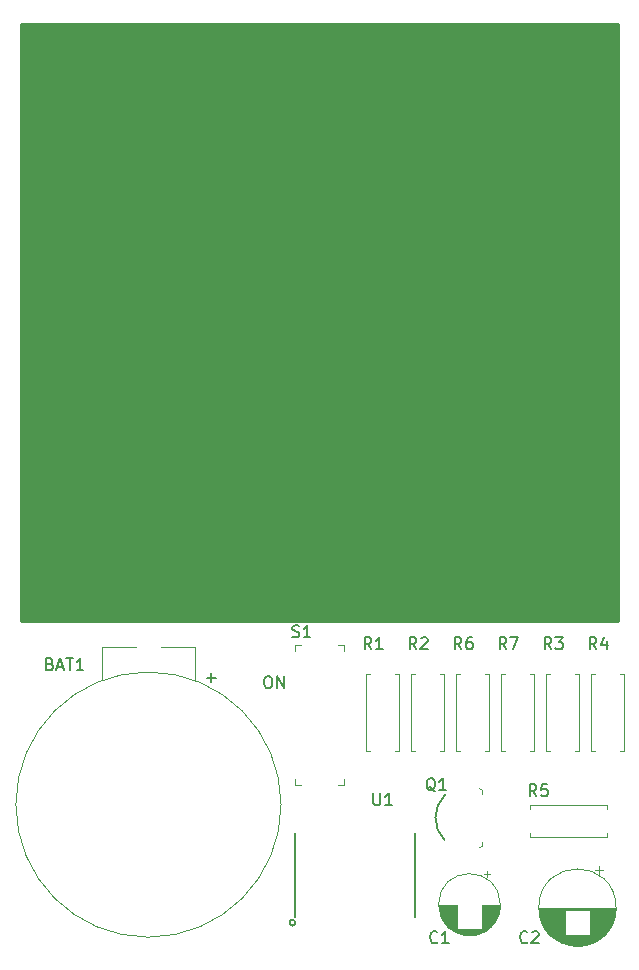
<source format=gto>
%TF.GenerationSoftware,KiCad,Pcbnew,(5.1.6)-1*%
%TF.CreationDate,2020-08-19T23:20:37-05:00*%
%TF.ProjectId,555_badge,3535355f-6261-4646-9765-2e6b69636164,m01*%
%TF.SameCoordinates,Original*%
%TF.FileFunction,Legend,Top*%
%TF.FilePolarity,Positive*%
%FSLAX46Y46*%
G04 Gerber Fmt 4.6, Leading zero omitted, Abs format (unit mm)*
G04 Created by KiCad (PCBNEW (5.1.6)-1) date 2020-08-19 23:20:37*
%MOMM*%
%LPD*%
G01*
G04 APERTURE LIST*
%ADD10C,0.150000*%
%ADD11C,0.203200*%
%ADD12C,0.100000*%
%ADD13C,0.120000*%
%ADD14C,0.254000*%
G04 APERTURE END LIST*
D10*
X149494952Y-103592380D02*
X149685428Y-103592380D01*
X149780666Y-103640000D01*
X149875904Y-103735238D01*
X149923523Y-103925714D01*
X149923523Y-104259047D01*
X149875904Y-104449523D01*
X149780666Y-104544761D01*
X149685428Y-104592380D01*
X149494952Y-104592380D01*
X149399714Y-104544761D01*
X149304476Y-104449523D01*
X149256857Y-104259047D01*
X149256857Y-103925714D01*
X149304476Y-103735238D01*
X149399714Y-103640000D01*
X149494952Y-103592380D01*
X150352095Y-104592380D02*
X150352095Y-103592380D01*
X150923523Y-104592380D01*
X150923523Y-103592380D01*
X144399047Y-103703428D02*
X145160952Y-103703428D01*
X144780000Y-104084380D02*
X144780000Y-103322476D01*
D11*
%TO.C,U1*%
X151892000Y-124460000D02*
G75*
G03*
X151892000Y-124460000I-254000J0D01*
G01*
X162052000Y-123952000D02*
X162052000Y-116840000D01*
X151892000Y-123952000D02*
X151892000Y-116840000D01*
D12*
%TO.C,BAT1*%
X143357600Y-101142800D02*
X140512800Y-101142800D01*
X135534400Y-101142800D02*
X138379200Y-101142800D01*
X143357600Y-103886000D02*
X143357600Y-101142800D01*
X135534400Y-103886000D02*
X135534400Y-101142800D01*
X150672800Y-114452400D02*
G75*
G03*
X150672800Y-114452400I-11226800J0D01*
G01*
D13*
%TO.C,C1*%
X169244000Y-122920000D02*
G75*
G03*
X169244000Y-122920000I-2620000J0D01*
G01*
X165584000Y-122920000D02*
X164044000Y-122920000D01*
X169204000Y-122920000D02*
X167664000Y-122920000D01*
X165584000Y-122960000D02*
X164044000Y-122960000D01*
X169204000Y-122960000D02*
X167664000Y-122960000D01*
X169203000Y-123000000D02*
X167664000Y-123000000D01*
X165584000Y-123000000D02*
X164045000Y-123000000D01*
X169202000Y-123040000D02*
X167664000Y-123040000D01*
X165584000Y-123040000D02*
X164046000Y-123040000D01*
X169200000Y-123080000D02*
X167664000Y-123080000D01*
X165584000Y-123080000D02*
X164048000Y-123080000D01*
X169197000Y-123120000D02*
X167664000Y-123120000D01*
X165584000Y-123120000D02*
X164051000Y-123120000D01*
X169193000Y-123160000D02*
X167664000Y-123160000D01*
X165584000Y-123160000D02*
X164055000Y-123160000D01*
X169189000Y-123200000D02*
X167664000Y-123200000D01*
X165584000Y-123200000D02*
X164059000Y-123200000D01*
X169185000Y-123240000D02*
X167664000Y-123240000D01*
X165584000Y-123240000D02*
X164063000Y-123240000D01*
X169180000Y-123280000D02*
X167664000Y-123280000D01*
X165584000Y-123280000D02*
X164068000Y-123280000D01*
X169174000Y-123320000D02*
X167664000Y-123320000D01*
X165584000Y-123320000D02*
X164074000Y-123320000D01*
X169167000Y-123360000D02*
X167664000Y-123360000D01*
X165584000Y-123360000D02*
X164081000Y-123360000D01*
X169160000Y-123400000D02*
X167664000Y-123400000D01*
X165584000Y-123400000D02*
X164088000Y-123400000D01*
X169152000Y-123440000D02*
X167664000Y-123440000D01*
X165584000Y-123440000D02*
X164096000Y-123440000D01*
X169144000Y-123480000D02*
X167664000Y-123480000D01*
X165584000Y-123480000D02*
X164104000Y-123480000D01*
X169135000Y-123520000D02*
X167664000Y-123520000D01*
X165584000Y-123520000D02*
X164113000Y-123520000D01*
X169125000Y-123560000D02*
X167664000Y-123560000D01*
X165584000Y-123560000D02*
X164123000Y-123560000D01*
X169115000Y-123600000D02*
X167664000Y-123600000D01*
X165584000Y-123600000D02*
X164133000Y-123600000D01*
X169104000Y-123641000D02*
X167664000Y-123641000D01*
X165584000Y-123641000D02*
X164144000Y-123641000D01*
X169092000Y-123681000D02*
X167664000Y-123681000D01*
X165584000Y-123681000D02*
X164156000Y-123681000D01*
X169079000Y-123721000D02*
X167664000Y-123721000D01*
X165584000Y-123721000D02*
X164169000Y-123721000D01*
X169066000Y-123761000D02*
X167664000Y-123761000D01*
X165584000Y-123761000D02*
X164182000Y-123761000D01*
X169052000Y-123801000D02*
X167664000Y-123801000D01*
X165584000Y-123801000D02*
X164196000Y-123801000D01*
X169038000Y-123841000D02*
X167664000Y-123841000D01*
X165584000Y-123841000D02*
X164210000Y-123841000D01*
X169022000Y-123881000D02*
X167664000Y-123881000D01*
X165584000Y-123881000D02*
X164226000Y-123881000D01*
X169006000Y-123921000D02*
X167664000Y-123921000D01*
X165584000Y-123921000D02*
X164242000Y-123921000D01*
X168989000Y-123961000D02*
X167664000Y-123961000D01*
X165584000Y-123961000D02*
X164259000Y-123961000D01*
X168972000Y-124001000D02*
X167664000Y-124001000D01*
X165584000Y-124001000D02*
X164276000Y-124001000D01*
X168953000Y-124041000D02*
X167664000Y-124041000D01*
X165584000Y-124041000D02*
X164295000Y-124041000D01*
X168934000Y-124081000D02*
X167664000Y-124081000D01*
X165584000Y-124081000D02*
X164314000Y-124081000D01*
X168914000Y-124121000D02*
X167664000Y-124121000D01*
X165584000Y-124121000D02*
X164334000Y-124121000D01*
X168892000Y-124161000D02*
X167664000Y-124161000D01*
X165584000Y-124161000D02*
X164356000Y-124161000D01*
X168871000Y-124201000D02*
X167664000Y-124201000D01*
X165584000Y-124201000D02*
X164377000Y-124201000D01*
X168848000Y-124241000D02*
X167664000Y-124241000D01*
X165584000Y-124241000D02*
X164400000Y-124241000D01*
X168824000Y-124281000D02*
X167664000Y-124281000D01*
X165584000Y-124281000D02*
X164424000Y-124281000D01*
X168799000Y-124321000D02*
X167664000Y-124321000D01*
X165584000Y-124321000D02*
X164449000Y-124321000D01*
X168773000Y-124361000D02*
X167664000Y-124361000D01*
X165584000Y-124361000D02*
X164475000Y-124361000D01*
X168746000Y-124401000D02*
X167664000Y-124401000D01*
X165584000Y-124401000D02*
X164502000Y-124401000D01*
X168719000Y-124441000D02*
X167664000Y-124441000D01*
X165584000Y-124441000D02*
X164529000Y-124441000D01*
X168689000Y-124481000D02*
X167664000Y-124481000D01*
X165584000Y-124481000D02*
X164559000Y-124481000D01*
X168659000Y-124521000D02*
X167664000Y-124521000D01*
X165584000Y-124521000D02*
X164589000Y-124521000D01*
X168628000Y-124561000D02*
X167664000Y-124561000D01*
X165584000Y-124561000D02*
X164620000Y-124561000D01*
X168595000Y-124601000D02*
X167664000Y-124601000D01*
X165584000Y-124601000D02*
X164653000Y-124601000D01*
X168561000Y-124641000D02*
X167664000Y-124641000D01*
X165584000Y-124641000D02*
X164687000Y-124641000D01*
X168525000Y-124681000D02*
X167664000Y-124681000D01*
X165584000Y-124681000D02*
X164723000Y-124681000D01*
X168488000Y-124721000D02*
X167664000Y-124721000D01*
X165584000Y-124721000D02*
X164760000Y-124721000D01*
X168450000Y-124761000D02*
X167664000Y-124761000D01*
X165584000Y-124761000D02*
X164798000Y-124761000D01*
X168409000Y-124801000D02*
X167664000Y-124801000D01*
X165584000Y-124801000D02*
X164839000Y-124801000D01*
X168367000Y-124841000D02*
X167664000Y-124841000D01*
X165584000Y-124841000D02*
X164881000Y-124841000D01*
X168323000Y-124881000D02*
X167664000Y-124881000D01*
X165584000Y-124881000D02*
X164925000Y-124881000D01*
X168277000Y-124921000D02*
X167664000Y-124921000D01*
X165584000Y-124921000D02*
X164971000Y-124921000D01*
X168229000Y-124961000D02*
X165019000Y-124961000D01*
X168178000Y-125001000D02*
X165070000Y-125001000D01*
X168124000Y-125041000D02*
X165124000Y-125041000D01*
X168067000Y-125081000D02*
X165181000Y-125081000D01*
X168007000Y-125121000D02*
X165241000Y-125121000D01*
X167943000Y-125161000D02*
X165305000Y-125161000D01*
X167875000Y-125201000D02*
X165373000Y-125201000D01*
X167802000Y-125241000D02*
X165446000Y-125241000D01*
X167722000Y-125281000D02*
X165526000Y-125281000D01*
X167635000Y-125321000D02*
X165613000Y-125321000D01*
X167539000Y-125361000D02*
X165709000Y-125361000D01*
X167429000Y-125401000D02*
X165819000Y-125401000D01*
X167301000Y-125441000D02*
X165947000Y-125441000D01*
X167142000Y-125481000D02*
X166106000Y-125481000D01*
X166908000Y-125521000D02*
X166340000Y-125521000D01*
X168099000Y-120115225D02*
X168099000Y-120615225D01*
X168349000Y-120365225D02*
X167849000Y-120365225D01*
%TO.C,C2*%
X179038000Y-123170000D02*
G75*
G03*
X179038000Y-123170000I-3270000J0D01*
G01*
X178998000Y-123170000D02*
X172538000Y-123170000D01*
X178998000Y-123210000D02*
X172538000Y-123210000D01*
X178998000Y-123250000D02*
X172538000Y-123250000D01*
X178996000Y-123290000D02*
X172540000Y-123290000D01*
X178995000Y-123330000D02*
X172541000Y-123330000D01*
X178992000Y-123370000D02*
X172544000Y-123370000D01*
X178990000Y-123410000D02*
X176808000Y-123410000D01*
X174728000Y-123410000D02*
X172546000Y-123410000D01*
X178986000Y-123450000D02*
X176808000Y-123450000D01*
X174728000Y-123450000D02*
X172550000Y-123450000D01*
X178983000Y-123490000D02*
X176808000Y-123490000D01*
X174728000Y-123490000D02*
X172553000Y-123490000D01*
X178979000Y-123530000D02*
X176808000Y-123530000D01*
X174728000Y-123530000D02*
X172557000Y-123530000D01*
X178974000Y-123570000D02*
X176808000Y-123570000D01*
X174728000Y-123570000D02*
X172562000Y-123570000D01*
X178969000Y-123610000D02*
X176808000Y-123610000D01*
X174728000Y-123610000D02*
X172567000Y-123610000D01*
X178963000Y-123650000D02*
X176808000Y-123650000D01*
X174728000Y-123650000D02*
X172573000Y-123650000D01*
X178957000Y-123690000D02*
X176808000Y-123690000D01*
X174728000Y-123690000D02*
X172579000Y-123690000D01*
X178950000Y-123730000D02*
X176808000Y-123730000D01*
X174728000Y-123730000D02*
X172586000Y-123730000D01*
X178943000Y-123770000D02*
X176808000Y-123770000D01*
X174728000Y-123770000D02*
X172593000Y-123770000D01*
X178935000Y-123810000D02*
X176808000Y-123810000D01*
X174728000Y-123810000D02*
X172601000Y-123810000D01*
X178927000Y-123850000D02*
X176808000Y-123850000D01*
X174728000Y-123850000D02*
X172609000Y-123850000D01*
X178918000Y-123891000D02*
X176808000Y-123891000D01*
X174728000Y-123891000D02*
X172618000Y-123891000D01*
X178909000Y-123931000D02*
X176808000Y-123931000D01*
X174728000Y-123931000D02*
X172627000Y-123931000D01*
X178899000Y-123971000D02*
X176808000Y-123971000D01*
X174728000Y-123971000D02*
X172637000Y-123971000D01*
X178889000Y-124011000D02*
X176808000Y-124011000D01*
X174728000Y-124011000D02*
X172647000Y-124011000D01*
X178878000Y-124051000D02*
X176808000Y-124051000D01*
X174728000Y-124051000D02*
X172658000Y-124051000D01*
X178866000Y-124091000D02*
X176808000Y-124091000D01*
X174728000Y-124091000D02*
X172670000Y-124091000D01*
X178854000Y-124131000D02*
X176808000Y-124131000D01*
X174728000Y-124131000D02*
X172682000Y-124131000D01*
X178842000Y-124171000D02*
X176808000Y-124171000D01*
X174728000Y-124171000D02*
X172694000Y-124171000D01*
X178829000Y-124211000D02*
X176808000Y-124211000D01*
X174728000Y-124211000D02*
X172707000Y-124211000D01*
X178815000Y-124251000D02*
X176808000Y-124251000D01*
X174728000Y-124251000D02*
X172721000Y-124251000D01*
X178801000Y-124291000D02*
X176808000Y-124291000D01*
X174728000Y-124291000D02*
X172735000Y-124291000D01*
X178786000Y-124331000D02*
X176808000Y-124331000D01*
X174728000Y-124331000D02*
X172750000Y-124331000D01*
X178770000Y-124371000D02*
X176808000Y-124371000D01*
X174728000Y-124371000D02*
X172766000Y-124371000D01*
X178754000Y-124411000D02*
X176808000Y-124411000D01*
X174728000Y-124411000D02*
X172782000Y-124411000D01*
X178738000Y-124451000D02*
X176808000Y-124451000D01*
X174728000Y-124451000D02*
X172798000Y-124451000D01*
X178720000Y-124491000D02*
X176808000Y-124491000D01*
X174728000Y-124491000D02*
X172816000Y-124491000D01*
X178702000Y-124531000D02*
X176808000Y-124531000D01*
X174728000Y-124531000D02*
X172834000Y-124531000D01*
X178684000Y-124571000D02*
X176808000Y-124571000D01*
X174728000Y-124571000D02*
X172852000Y-124571000D01*
X178664000Y-124611000D02*
X176808000Y-124611000D01*
X174728000Y-124611000D02*
X172872000Y-124611000D01*
X178644000Y-124651000D02*
X176808000Y-124651000D01*
X174728000Y-124651000D02*
X172892000Y-124651000D01*
X178624000Y-124691000D02*
X176808000Y-124691000D01*
X174728000Y-124691000D02*
X172912000Y-124691000D01*
X178602000Y-124731000D02*
X176808000Y-124731000D01*
X174728000Y-124731000D02*
X172934000Y-124731000D01*
X178580000Y-124771000D02*
X176808000Y-124771000D01*
X174728000Y-124771000D02*
X172956000Y-124771000D01*
X178558000Y-124811000D02*
X176808000Y-124811000D01*
X174728000Y-124811000D02*
X172978000Y-124811000D01*
X178534000Y-124851000D02*
X176808000Y-124851000D01*
X174728000Y-124851000D02*
X173002000Y-124851000D01*
X178510000Y-124891000D02*
X176808000Y-124891000D01*
X174728000Y-124891000D02*
X173026000Y-124891000D01*
X178484000Y-124931000D02*
X176808000Y-124931000D01*
X174728000Y-124931000D02*
X173052000Y-124931000D01*
X178458000Y-124971000D02*
X176808000Y-124971000D01*
X174728000Y-124971000D02*
X173078000Y-124971000D01*
X178432000Y-125011000D02*
X176808000Y-125011000D01*
X174728000Y-125011000D02*
X173104000Y-125011000D01*
X178404000Y-125051000D02*
X176808000Y-125051000D01*
X174728000Y-125051000D02*
X173132000Y-125051000D01*
X178375000Y-125091000D02*
X176808000Y-125091000D01*
X174728000Y-125091000D02*
X173161000Y-125091000D01*
X178346000Y-125131000D02*
X176808000Y-125131000D01*
X174728000Y-125131000D02*
X173190000Y-125131000D01*
X178316000Y-125171000D02*
X176808000Y-125171000D01*
X174728000Y-125171000D02*
X173220000Y-125171000D01*
X178284000Y-125211000D02*
X176808000Y-125211000D01*
X174728000Y-125211000D02*
X173252000Y-125211000D01*
X178252000Y-125251000D02*
X176808000Y-125251000D01*
X174728000Y-125251000D02*
X173284000Y-125251000D01*
X178218000Y-125291000D02*
X176808000Y-125291000D01*
X174728000Y-125291000D02*
X173318000Y-125291000D01*
X178184000Y-125331000D02*
X176808000Y-125331000D01*
X174728000Y-125331000D02*
X173352000Y-125331000D01*
X178148000Y-125371000D02*
X176808000Y-125371000D01*
X174728000Y-125371000D02*
X173388000Y-125371000D01*
X178111000Y-125411000D02*
X176808000Y-125411000D01*
X174728000Y-125411000D02*
X173425000Y-125411000D01*
X178073000Y-125451000D02*
X176808000Y-125451000D01*
X174728000Y-125451000D02*
X173463000Y-125451000D01*
X178033000Y-125491000D02*
X173503000Y-125491000D01*
X177992000Y-125531000D02*
X173544000Y-125531000D01*
X177950000Y-125571000D02*
X173586000Y-125571000D01*
X177905000Y-125611000D02*
X173631000Y-125611000D01*
X177860000Y-125651000D02*
X173676000Y-125651000D01*
X177812000Y-125691000D02*
X173724000Y-125691000D01*
X177763000Y-125731000D02*
X173773000Y-125731000D01*
X177712000Y-125771000D02*
X173824000Y-125771000D01*
X177658000Y-125811000D02*
X173878000Y-125811000D01*
X177602000Y-125851000D02*
X173934000Y-125851000D01*
X177544000Y-125891000D02*
X173992000Y-125891000D01*
X177482000Y-125931000D02*
X174054000Y-125931000D01*
X177418000Y-125971000D02*
X174118000Y-125971000D01*
X177349000Y-126011000D02*
X174187000Y-126011000D01*
X177277000Y-126051000D02*
X174259000Y-126051000D01*
X177200000Y-126091000D02*
X174336000Y-126091000D01*
X177118000Y-126131000D02*
X174418000Y-126131000D01*
X177030000Y-126171000D02*
X174506000Y-126171000D01*
X176933000Y-126211000D02*
X174603000Y-126211000D01*
X176827000Y-126251000D02*
X174709000Y-126251000D01*
X176708000Y-126291000D02*
X174828000Y-126291000D01*
X176570000Y-126331000D02*
X174966000Y-126331000D01*
X176401000Y-126371000D02*
X175135000Y-126371000D01*
X176170000Y-126411000D02*
X175366000Y-126411000D01*
X177607000Y-119669759D02*
X177607000Y-120299759D01*
X177922000Y-119984759D02*
X177292000Y-119984759D01*
%TO.C,D1*%
X146338000Y-75220000D02*
X146494000Y-75220000D01*
X148654000Y-75220000D02*
X148810000Y-75220000D01*
X146495392Y-71987665D02*
G75*
G03*
X146338484Y-75220000I1078608J-1672335D01*
G01*
X148652608Y-71987665D02*
G75*
G02*
X148809516Y-75220000I-1078608J-1672335D01*
G01*
X146494163Y-72618870D02*
G75*
G03*
X146494000Y-74700961I1079837J-1041130D01*
G01*
X148653837Y-72618870D02*
G75*
G02*
X148654000Y-74700961I-1079837J-1041130D01*
G01*
%TO.C,D2*%
X161354000Y-75220000D02*
X161510000Y-75220000D01*
X159038000Y-75220000D02*
X159194000Y-75220000D01*
X161353837Y-72618870D02*
G75*
G02*
X161354000Y-74700961I-1079837J-1041130D01*
G01*
X159194163Y-72618870D02*
G75*
G03*
X159194000Y-74700961I1079837J-1041130D01*
G01*
X161352608Y-71987665D02*
G75*
G02*
X161509516Y-75220000I-1078608J-1672335D01*
G01*
X159195392Y-71987665D02*
G75*
G03*
X159038484Y-75220000I1078608J-1672335D01*
G01*
D12*
%TO.C,Q1*%
X167716000Y-113220000D02*
X167416000Y-113070000D01*
X167716000Y-113220000D02*
X167716000Y-113520000D01*
X167716000Y-117620000D02*
X167716000Y-117920000D01*
X167716000Y-117920000D02*
X167416000Y-118070000D01*
D10*
X164566000Y-113620000D02*
G75*
G03*
X164516000Y-117470000I1900000J-1950000D01*
G01*
D13*
%TO.C,R1*%
X160298000Y-103410000D02*
X160628000Y-103410000D01*
X160628000Y-103410000D02*
X160628000Y-109950000D01*
X160628000Y-109950000D02*
X160298000Y-109950000D01*
X158218000Y-103410000D02*
X157888000Y-103410000D01*
X157888000Y-103410000D02*
X157888000Y-109950000D01*
X157888000Y-109950000D02*
X158218000Y-109950000D01*
%TO.C,R2*%
X164438000Y-103410000D02*
X164108000Y-103410000D01*
X164438000Y-109950000D02*
X164438000Y-103410000D01*
X164108000Y-109950000D02*
X164438000Y-109950000D01*
X161698000Y-103410000D02*
X162028000Y-103410000D01*
X161698000Y-109950000D02*
X161698000Y-103410000D01*
X162028000Y-109950000D02*
X161698000Y-109950000D01*
%TO.C,R3*%
X173458000Y-109950000D02*
X173128000Y-109950000D01*
X173128000Y-109950000D02*
X173128000Y-103410000D01*
X173128000Y-103410000D02*
X173458000Y-103410000D01*
X175538000Y-109950000D02*
X175868000Y-109950000D01*
X175868000Y-109950000D02*
X175868000Y-103410000D01*
X175868000Y-103410000D02*
X175538000Y-103410000D01*
%TO.C,R4*%
X176938000Y-109950000D02*
X177268000Y-109950000D01*
X176938000Y-103410000D02*
X176938000Y-109950000D01*
X177268000Y-103410000D02*
X176938000Y-103410000D01*
X179678000Y-109950000D02*
X179348000Y-109950000D01*
X179678000Y-103410000D02*
X179678000Y-109950000D01*
X179348000Y-103410000D02*
X179678000Y-103410000D01*
%TO.C,R5*%
X171736000Y-114784000D02*
X171736000Y-114454000D01*
X171736000Y-114454000D02*
X178276000Y-114454000D01*
X178276000Y-114454000D02*
X178276000Y-114784000D01*
X171736000Y-116864000D02*
X171736000Y-117194000D01*
X171736000Y-117194000D02*
X178276000Y-117194000D01*
X178276000Y-117194000D02*
X178276000Y-116864000D01*
%TO.C,R6*%
X168248000Y-103410000D02*
X167918000Y-103410000D01*
X168248000Y-109950000D02*
X168248000Y-103410000D01*
X167918000Y-109950000D02*
X168248000Y-109950000D01*
X165508000Y-103410000D02*
X165838000Y-103410000D01*
X165508000Y-109950000D02*
X165508000Y-103410000D01*
X165838000Y-109950000D02*
X165508000Y-109950000D01*
%TO.C,R7*%
X169648000Y-109950000D02*
X169318000Y-109950000D01*
X169318000Y-109950000D02*
X169318000Y-103410000D01*
X169318000Y-103410000D02*
X169648000Y-103410000D01*
X171728000Y-109950000D02*
X172058000Y-109950000D01*
X172058000Y-109950000D02*
X172058000Y-103410000D01*
X172058000Y-103410000D02*
X171728000Y-103410000D01*
D12*
%TO.C,S1*%
X156024000Y-100920000D02*
X156024000Y-101420000D01*
X156024000Y-100920000D02*
X155524000Y-100920000D01*
X156024000Y-112820000D02*
X156024000Y-112320000D01*
X156024000Y-112820000D02*
X155524000Y-112820000D01*
X151824000Y-112820000D02*
X151824000Y-112320000D01*
X151824000Y-112820000D02*
X152324000Y-112820000D01*
X151824000Y-100920000D02*
X152324000Y-100920000D01*
X151824000Y-100920000D02*
X151824000Y-101420000D01*
%TO.C,U1*%
D10*
X158496095Y-113498380D02*
X158496095Y-114307904D01*
X158543714Y-114403142D01*
X158591333Y-114450761D01*
X158686571Y-114498380D01*
X158877047Y-114498380D01*
X158972285Y-114450761D01*
X159019904Y-114403142D01*
X159067523Y-114307904D01*
X159067523Y-113498380D01*
X160067523Y-114498380D02*
X159496095Y-114498380D01*
X159781809Y-114498380D02*
X159781809Y-113498380D01*
X159686571Y-113641238D01*
X159591333Y-113736476D01*
X159496095Y-113784095D01*
%TO.C,BAT1*%
X131119714Y-102544571D02*
X131262571Y-102592190D01*
X131310190Y-102639809D01*
X131357809Y-102735047D01*
X131357809Y-102877904D01*
X131310190Y-102973142D01*
X131262571Y-103020761D01*
X131167333Y-103068380D01*
X130786380Y-103068380D01*
X130786380Y-102068380D01*
X131119714Y-102068380D01*
X131214952Y-102116000D01*
X131262571Y-102163619D01*
X131310190Y-102258857D01*
X131310190Y-102354095D01*
X131262571Y-102449333D01*
X131214952Y-102496952D01*
X131119714Y-102544571D01*
X130786380Y-102544571D01*
X131738761Y-102782666D02*
X132214952Y-102782666D01*
X131643523Y-103068380D02*
X131976857Y-102068380D01*
X132310190Y-103068380D01*
X132500666Y-102068380D02*
X133072095Y-102068380D01*
X132786380Y-103068380D02*
X132786380Y-102068380D01*
X133929238Y-103068380D02*
X133357809Y-103068380D01*
X133643523Y-103068380D02*
X133643523Y-102068380D01*
X133548285Y-102211238D01*
X133453047Y-102306476D01*
X133357809Y-102354095D01*
%TO.C,C1*%
X163917333Y-126087142D02*
X163869714Y-126134761D01*
X163726857Y-126182380D01*
X163631619Y-126182380D01*
X163488761Y-126134761D01*
X163393523Y-126039523D01*
X163345904Y-125944285D01*
X163298285Y-125753809D01*
X163298285Y-125610952D01*
X163345904Y-125420476D01*
X163393523Y-125325238D01*
X163488761Y-125230000D01*
X163631619Y-125182380D01*
X163726857Y-125182380D01*
X163869714Y-125230000D01*
X163917333Y-125277619D01*
X164869714Y-126182380D02*
X164298285Y-126182380D01*
X164584000Y-126182380D02*
X164584000Y-125182380D01*
X164488761Y-125325238D01*
X164393523Y-125420476D01*
X164298285Y-125468095D01*
%TO.C,C2*%
X171537333Y-126087142D02*
X171489714Y-126134761D01*
X171346857Y-126182380D01*
X171251619Y-126182380D01*
X171108761Y-126134761D01*
X171013523Y-126039523D01*
X170965904Y-125944285D01*
X170918285Y-125753809D01*
X170918285Y-125610952D01*
X170965904Y-125420476D01*
X171013523Y-125325238D01*
X171108761Y-125230000D01*
X171251619Y-125182380D01*
X171346857Y-125182380D01*
X171489714Y-125230000D01*
X171537333Y-125277619D01*
X171918285Y-125277619D02*
X171965904Y-125230000D01*
X172061142Y-125182380D01*
X172299238Y-125182380D01*
X172394476Y-125230000D01*
X172442095Y-125277619D01*
X172489714Y-125372857D01*
X172489714Y-125468095D01*
X172442095Y-125610952D01*
X171870666Y-126182380D01*
X172489714Y-126182380D01*
%TO.C,D1*%
X145066380Y-74398095D02*
X144066380Y-74398095D01*
X144066380Y-74160000D01*
X144114000Y-74017142D01*
X144209238Y-73921904D01*
X144304476Y-73874285D01*
X144494952Y-73826666D01*
X144637809Y-73826666D01*
X144828285Y-73874285D01*
X144923523Y-73921904D01*
X145018761Y-74017142D01*
X145066380Y-74160000D01*
X145066380Y-74398095D01*
X145066380Y-72874285D02*
X145066380Y-73445714D01*
X145066380Y-73160000D02*
X144066380Y-73160000D01*
X144209238Y-73255238D01*
X144304476Y-73350476D01*
X144352095Y-73445714D01*
%TO.C,D2*%
X157766380Y-74398095D02*
X156766380Y-74398095D01*
X156766380Y-74160000D01*
X156814000Y-74017142D01*
X156909238Y-73921904D01*
X157004476Y-73874285D01*
X157194952Y-73826666D01*
X157337809Y-73826666D01*
X157528285Y-73874285D01*
X157623523Y-73921904D01*
X157718761Y-74017142D01*
X157766380Y-74160000D01*
X157766380Y-74398095D01*
X156861619Y-73445714D02*
X156814000Y-73398095D01*
X156766380Y-73302857D01*
X156766380Y-73064761D01*
X156814000Y-72969523D01*
X156861619Y-72921904D01*
X156956857Y-72874285D01*
X157052095Y-72874285D01*
X157194952Y-72921904D01*
X157766380Y-73493333D01*
X157766380Y-72874285D01*
%TO.C,Q1*%
X163734761Y-113323619D02*
X163639523Y-113276000D01*
X163544285Y-113180761D01*
X163401428Y-113037904D01*
X163306190Y-112990285D01*
X163210952Y-112990285D01*
X163258571Y-113228380D02*
X163163333Y-113180761D01*
X163068095Y-113085523D01*
X163020476Y-112895047D01*
X163020476Y-112561714D01*
X163068095Y-112371238D01*
X163163333Y-112276000D01*
X163258571Y-112228380D01*
X163449047Y-112228380D01*
X163544285Y-112276000D01*
X163639523Y-112371238D01*
X163687142Y-112561714D01*
X163687142Y-112895047D01*
X163639523Y-113085523D01*
X163544285Y-113180761D01*
X163449047Y-113228380D01*
X163258571Y-113228380D01*
X164639523Y-113228380D02*
X164068095Y-113228380D01*
X164353809Y-113228380D02*
X164353809Y-112228380D01*
X164258571Y-112371238D01*
X164163333Y-112466476D01*
X164068095Y-112514095D01*
%TO.C,R1*%
X158329333Y-101290380D02*
X157996000Y-100814190D01*
X157757904Y-101290380D02*
X157757904Y-100290380D01*
X158138857Y-100290380D01*
X158234095Y-100338000D01*
X158281714Y-100385619D01*
X158329333Y-100480857D01*
X158329333Y-100623714D01*
X158281714Y-100718952D01*
X158234095Y-100766571D01*
X158138857Y-100814190D01*
X157757904Y-100814190D01*
X159281714Y-101290380D02*
X158710285Y-101290380D01*
X158996000Y-101290380D02*
X158996000Y-100290380D01*
X158900761Y-100433238D01*
X158805523Y-100528476D01*
X158710285Y-100576095D01*
%TO.C,R2*%
X162139333Y-101290380D02*
X161806000Y-100814190D01*
X161567904Y-101290380D02*
X161567904Y-100290380D01*
X161948857Y-100290380D01*
X162044095Y-100338000D01*
X162091714Y-100385619D01*
X162139333Y-100480857D01*
X162139333Y-100623714D01*
X162091714Y-100718952D01*
X162044095Y-100766571D01*
X161948857Y-100814190D01*
X161567904Y-100814190D01*
X162520285Y-100385619D02*
X162567904Y-100338000D01*
X162663142Y-100290380D01*
X162901238Y-100290380D01*
X162996476Y-100338000D01*
X163044095Y-100385619D01*
X163091714Y-100480857D01*
X163091714Y-100576095D01*
X163044095Y-100718952D01*
X162472666Y-101290380D01*
X163091714Y-101290380D01*
%TO.C,R3*%
X173569333Y-101290380D02*
X173236000Y-100814190D01*
X172997904Y-101290380D02*
X172997904Y-100290380D01*
X173378857Y-100290380D01*
X173474095Y-100338000D01*
X173521714Y-100385619D01*
X173569333Y-100480857D01*
X173569333Y-100623714D01*
X173521714Y-100718952D01*
X173474095Y-100766571D01*
X173378857Y-100814190D01*
X172997904Y-100814190D01*
X173902666Y-100290380D02*
X174521714Y-100290380D01*
X174188380Y-100671333D01*
X174331238Y-100671333D01*
X174426476Y-100718952D01*
X174474095Y-100766571D01*
X174521714Y-100861809D01*
X174521714Y-101099904D01*
X174474095Y-101195142D01*
X174426476Y-101242761D01*
X174331238Y-101290380D01*
X174045523Y-101290380D01*
X173950285Y-101242761D01*
X173902666Y-101195142D01*
%TO.C,R4*%
X177379333Y-101290380D02*
X177046000Y-100814190D01*
X176807904Y-101290380D02*
X176807904Y-100290380D01*
X177188857Y-100290380D01*
X177284095Y-100338000D01*
X177331714Y-100385619D01*
X177379333Y-100480857D01*
X177379333Y-100623714D01*
X177331714Y-100718952D01*
X177284095Y-100766571D01*
X177188857Y-100814190D01*
X176807904Y-100814190D01*
X178236476Y-100623714D02*
X178236476Y-101290380D01*
X177998380Y-100242761D02*
X177760285Y-100957047D01*
X178379333Y-100957047D01*
%TO.C,R5*%
X172299333Y-113736380D02*
X171966000Y-113260190D01*
X171727904Y-113736380D02*
X171727904Y-112736380D01*
X172108857Y-112736380D01*
X172204095Y-112784000D01*
X172251714Y-112831619D01*
X172299333Y-112926857D01*
X172299333Y-113069714D01*
X172251714Y-113164952D01*
X172204095Y-113212571D01*
X172108857Y-113260190D01*
X171727904Y-113260190D01*
X173204095Y-112736380D02*
X172727904Y-112736380D01*
X172680285Y-113212571D01*
X172727904Y-113164952D01*
X172823142Y-113117333D01*
X173061238Y-113117333D01*
X173156476Y-113164952D01*
X173204095Y-113212571D01*
X173251714Y-113307809D01*
X173251714Y-113545904D01*
X173204095Y-113641142D01*
X173156476Y-113688761D01*
X173061238Y-113736380D01*
X172823142Y-113736380D01*
X172727904Y-113688761D01*
X172680285Y-113641142D01*
%TO.C,R6*%
X165949333Y-101290380D02*
X165616000Y-100814190D01*
X165377904Y-101290380D02*
X165377904Y-100290380D01*
X165758857Y-100290380D01*
X165854095Y-100338000D01*
X165901714Y-100385619D01*
X165949333Y-100480857D01*
X165949333Y-100623714D01*
X165901714Y-100718952D01*
X165854095Y-100766571D01*
X165758857Y-100814190D01*
X165377904Y-100814190D01*
X166806476Y-100290380D02*
X166616000Y-100290380D01*
X166520761Y-100338000D01*
X166473142Y-100385619D01*
X166377904Y-100528476D01*
X166330285Y-100718952D01*
X166330285Y-101099904D01*
X166377904Y-101195142D01*
X166425523Y-101242761D01*
X166520761Y-101290380D01*
X166711238Y-101290380D01*
X166806476Y-101242761D01*
X166854095Y-101195142D01*
X166901714Y-101099904D01*
X166901714Y-100861809D01*
X166854095Y-100766571D01*
X166806476Y-100718952D01*
X166711238Y-100671333D01*
X166520761Y-100671333D01*
X166425523Y-100718952D01*
X166377904Y-100766571D01*
X166330285Y-100861809D01*
%TO.C,R7*%
X169759333Y-101290380D02*
X169426000Y-100814190D01*
X169187904Y-101290380D02*
X169187904Y-100290380D01*
X169568857Y-100290380D01*
X169664095Y-100338000D01*
X169711714Y-100385619D01*
X169759333Y-100480857D01*
X169759333Y-100623714D01*
X169711714Y-100718952D01*
X169664095Y-100766571D01*
X169568857Y-100814190D01*
X169187904Y-100814190D01*
X170092666Y-100290380D02*
X170759333Y-100290380D01*
X170330761Y-101290380D01*
%TO.C,S1*%
X151638095Y-100226761D02*
X151780952Y-100274380D01*
X152019047Y-100274380D01*
X152114285Y-100226761D01*
X152161904Y-100179142D01*
X152209523Y-100083904D01*
X152209523Y-99988666D01*
X152161904Y-99893428D01*
X152114285Y-99845809D01*
X152019047Y-99798190D01*
X151828571Y-99750571D01*
X151733333Y-99702952D01*
X151685714Y-99655333D01*
X151638095Y-99560095D01*
X151638095Y-99464857D01*
X151685714Y-99369619D01*
X151733333Y-99322000D01*
X151828571Y-99274380D01*
X152066666Y-99274380D01*
X152209523Y-99322000D01*
X153161904Y-100274380D02*
X152590476Y-100274380D01*
X152876190Y-100274380D02*
X152876190Y-99274380D01*
X152780952Y-99417238D01*
X152685714Y-99512476D01*
X152590476Y-99560095D01*
%TD*%
D14*
G36*
X179197000Y-98933000D02*
G01*
X128651000Y-98933000D01*
X128651000Y-48387000D01*
X179197000Y-48387000D01*
X179197000Y-98933000D01*
G37*
X179197000Y-98933000D02*
X128651000Y-98933000D01*
X128651000Y-48387000D01*
X179197000Y-48387000D01*
X179197000Y-98933000D01*
M02*

</source>
